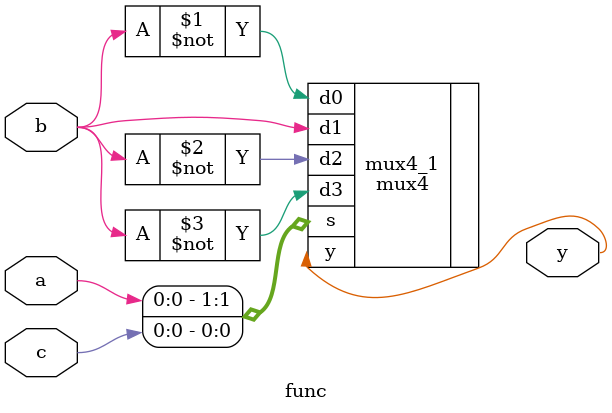
<source format=v>
module func(
    input   a, b, c,
    output  y
);
    mux4 mux4_1(
        .s({a, c}),
        .d0(~b),
        .d1(b),
        .d2(~b),
        .d3(~b),
        .y(y)
    );
endmodule
</source>
